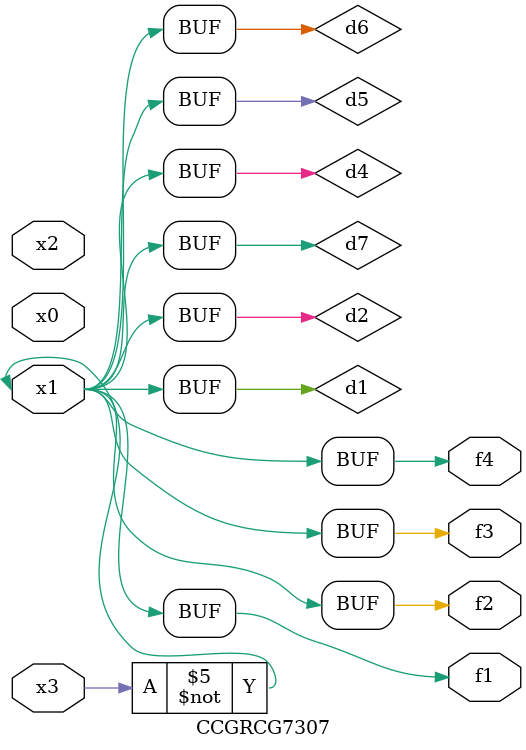
<source format=v>
module CCGRCG7307(
	input x0, x1, x2, x3,
	output f1, f2, f3, f4
);

	wire d1, d2, d3, d4, d5, d6, d7;

	not (d1, x3);
	buf (d2, x1);
	xnor (d3, d1, d2);
	nor (d4, d1);
	buf (d5, d1, d2);
	buf (d6, d4, d5);
	nand (d7, d4);
	assign f1 = d6;
	assign f2 = d7;
	assign f3 = d6;
	assign f4 = d6;
endmodule

</source>
